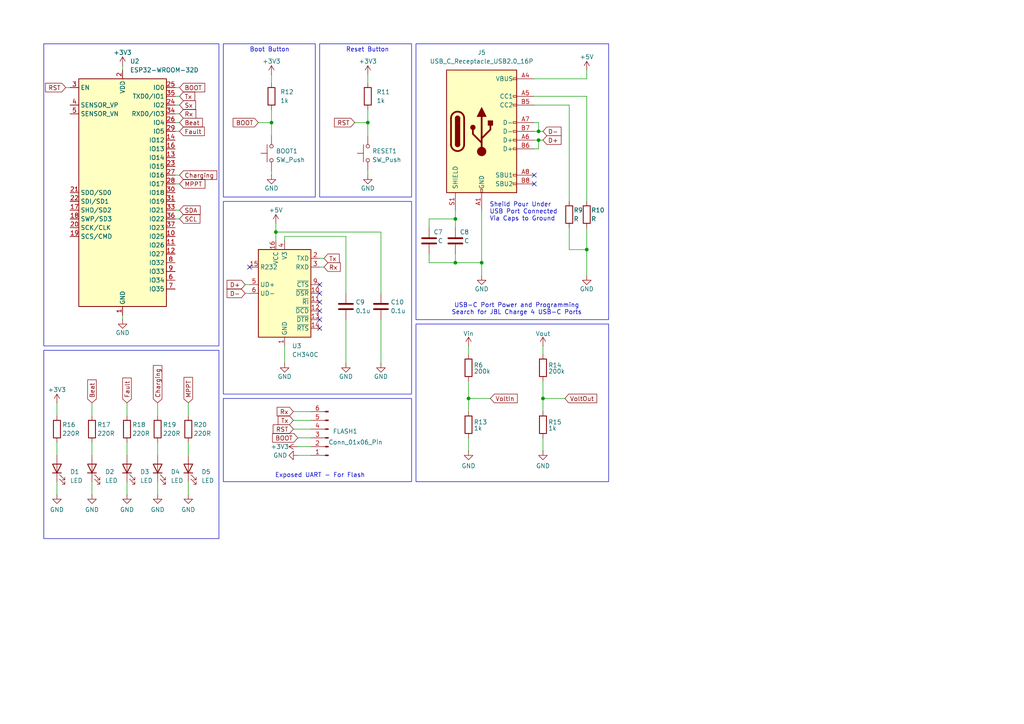
<source format=kicad_sch>
(kicad_sch (version 20250114) (generator "eeschema") (generator_version "9.0")
  (paper "A4")
  (lib_symbols
    (symbol "Connector:Conn_01x06_Pin" (pin_names (offset 1.016) (hide yes))
      (property "Reference" "J" (at 0 7.62 0))
      (property "Value" "Conn_01x06_Pin" (at 0 -10.16 0))
      (symbol "Conn_01x06_Pin_1_1"
        (rectangle (start 0.8636 5.207) (end 0 4.953) (stroke (width 0.1524)) (fill (type outline)))
        (rectangle (start 0.8636 2.667) (end 0 2.413) (stroke (width 0.1524)) (fill (type outline)))
        (rectangle (start 0.8636 0.127) (end 0 -0.127) (stroke (width 0.1524)) (fill (type outline)))
        (rectangle (start 0.8636 -2.413) (end 0 -2.667) (stroke (width 0.1524)) (fill (type outline)))
        (rectangle (start 0.8636 -4.953) (end 0 -5.207) (stroke (width 0.1524)) (fill (type outline)))
        (rectangle (start 0.8636 -7.493) (end 0 -7.747) (stroke (width 0.1524)) (fill (type outline)))
        (polyline (pts (xy 1.27 5.08) (xy 0.8636 5.08)) (stroke (width 0.1524)))
        (polyline (pts (xy 1.27 2.54) (xy 0.8636 2.54)) (stroke (width 0.1524)))
        (polyline (pts (xy 1.27 0) (xy 0.8636 0)) (stroke (width 0.1524)))
        (polyline (pts (xy 1.27 -2.54) (xy 0.8636 -2.54)) (stroke (width 0.1524)))
        (polyline (pts (xy 1.27 -5.08) (xy 0.8636 -5.08)) (stroke (width 0.1524)))
        (polyline (pts (xy 1.27 -7.62) (xy 0.8636 -7.62)) (stroke (width 0.1524)))
        (pin passive line (at 5.08 5.08 180) (length 3.81) (name "Pin_1") (number "1"))
        (pin passive line (at 5.08 2.54 180) (length 3.81) (name "Pin_2") (number "2"))
        (pin passive line (at 5.08 0 180) (length 3.81) (name "Pin_3") (number "3"))
        (pin passive line (at 5.08 -2.54 180) (length 3.81) (name "Pin_4") (number "4"))
        (pin passive line (at 5.08 -5.08 180) (length 3.81) (name "Pin_5") (number "5"))
        (pin passive line (at 5.08 -7.62 180) (length 3.81) (name "Pin_6") (number "6"))
      )
    )
    (symbol "Connector:USB_C_Receptacle_USB2.0_16P" (pin_names (offset 1.016))
      (property "Reference" "J" (at 0 22.225 0))
      (property "Value" "USB_C_Receptacle_USB2.0_16P" (at 0 19.685 0))
      (symbol "USB_C_Receptacle_USB2.0_16P_0_0"
        (rectangle (start -0.254 -17.78) (end 0.254 -16.764))
        (rectangle (start 10.16 15.494) (end 9.144 14.986))
        (rectangle (start 10.16 10.414) (end 9.144 9.906))
        (rectangle (start 10.16 7.874) (end 9.144 7.366))
        (rectangle (start 10.16 2.794) (end 9.144 2.286))
        (rectangle (start 10.16 0.254) (end 9.144 -0.254))
        (rectangle (start 10.16 -2.286) (end 9.144 -2.794))
        (rectangle (start 10.16 -4.826) (end 9.144 -5.334))
        (rectangle (start 10.16 -12.446) (end 9.144 -12.954))
        (rectangle (start 10.16 -14.986) (end 9.144 -15.494))
      )
      (symbol "USB_C_Receptacle_USB2.0_16P_0_1"
        (rectangle (start -10.16 17.78) (end 10.16 -17.78) (stroke (width 0.254)) (fill (type background)))
        (polyline (pts (xy -8.89 -3.81) (xy -8.89 3.81)) (stroke (width 0.508)))
        (rectangle (start -7.62 -3.81) (end -6.35 3.81) (stroke (width 0.254)) (fill (type outline)))
        (arc (start -7.62 3.81) (mid -6.985 4.4423) (end -6.35 3.81) (stroke (width 0.254)))
        (arc (start -7.62 3.81) (mid -6.985 4.4423) (end -6.35 3.81) (stroke (width 0.254)) (fill (type outline)))
        (arc (start -8.89 3.81) (mid -6.985 5.7067) (end -5.08 3.81) (stroke (width 0.508)))
        (arc (start -5.08 -3.81) (mid -6.985 -5.7067) (end -8.89 -3.81) (stroke (width 0.508)))
        (arc (start -6.35 -3.81) (mid -6.985 -4.4423) (end -7.62 -3.81) (stroke (width 0.254)))
        (arc (start -6.35 -3.81) (mid -6.985 -4.4423) (end -7.62 -3.81) (stroke (width 0.254)) (fill (type outline)))
        (polyline (pts (xy -5.08 3.81) (xy -5.08 -3.81)) (stroke (width 0.508)))
        (circle (center -2.54 1.143) (radius 0.635) (stroke (width 0.254)) (fill (type outline)))
        (polyline (pts (xy -1.27 4.318) (xy 0 6.858) (xy 1.27 4.318) (xy -1.27 4.318)) (stroke (width 0.254)) (fill (type outline)))
        (polyline (pts (xy 0 -2.032) (xy 2.54 0.508) (xy 2.54 1.778)) (stroke (width 0.508)))
        (polyline (pts (xy 0 -3.302) (xy -2.54 -0.762) (xy -2.54 0.508)) (stroke (width 0.508)))
        (polyline (pts (xy 0 -5.842) (xy 0 4.318)) (stroke (width 0.508)))
        (circle (center 0 -5.842) (radius 1.27) (fill (type outline)))
        (rectangle (start 1.905 1.778) (end 3.175 3.048) (stroke (width 0.254)) (fill (type outline)))
      )
      (symbol "USB_C_Receptacle_USB2.0_16P_1_1"
        (pin passive line (at -7.62 -22.86 90) (length 5.08) (name "SHIELD") (number "S1"))
        (pin passive line (at 0 -22.86 90) (length 5.08) (name "GND") (number "A1"))
        (pin passive line (at 0 -22.86 90) (length 5.08) (hide yes) (name "GND") (number "A12"))
        (pin passive line (at 0 -22.86 90) (length 5.08) (hide yes) (name "GND") (number "B1"))
        (pin passive line (at 0 -22.86 90) (length 5.08) (hide yes) (name "GND") (number "B12"))
        (pin passive line (at 15.24 15.24 180) (length 5.08) (name "VBUS") (number "A4"))
        (pin passive line (at 15.24 15.24 180) (length 5.08) (hide yes) (name "VBUS") (number "A9"))
        (pin passive line (at 15.24 15.24 180) (length 5.08) (hide yes) (name "VBUS") (number "B4"))
        (pin passive line (at 15.24 15.24 180) (length 5.08) (hide yes) (name "VBUS") (number "B9"))
        (pin bidirectional line (at 15.24 10.16 180) (length 5.08) (name "CC1") (number "A5"))
        (pin bidirectional line (at 15.24 7.62 180) (length 5.08) (name "CC2") (number "B5"))
        (pin bidirectional line (at 15.24 2.54 180) (length 5.08) (name "D-") (number "A7"))
        (pin bidirectional line (at 15.24 0 180) (length 5.08) (name "D-") (number "B7"))
        (pin bidirectional line (at 15.24 -2.54 180) (length 5.08) (name "D+") (number "A6"))
        (pin bidirectional line (at 15.24 -5.08 180) (length 5.08) (name "D+") (number "B6"))
        (pin bidirectional line (at 15.24 -12.7 180) (length 5.08) (name "SBU1") (number "A8"))
        (pin bidirectional line (at 15.24 -15.24 180) (length 5.08) (name "SBU2") (number "B8"))
      )
    )
    (symbol "Device:C" (pin_numbers (hide yes)) (pin_names (offset 0.254))
      (property "Reference" "C" (at 0.635 2.54 0))
      (property "Value" "C" (at 0.635 -2.54 0))
      (symbol "C_0_1"
        (polyline (pts (xy -2.032 0.762) (xy 2.032 0.762)) (stroke (width 0.508)))
        (polyline (pts (xy -2.032 -0.762) (xy 2.032 -0.762)) (stroke (width 0.508)))
      )
      (symbol "C_1_1"
        (pin passive line (at 0 3.81 270) (length 2.794) (name "~") (number "1"))
        (pin passive line (at 0 -3.81 90) (length 2.794) (name "~") (number "2"))
      )
    )
    (symbol "Device:LED" (pin_numbers (hide yes)) (pin_names (offset 1.016) (hide yes))
      (property "Reference" "D" (at 0 2.54 0))
      (property "Value" "LED" (at 0 -2.54 0))
      (symbol "LED_0_1"
        (polyline (pts (xy -3.048 -0.762) (xy -4.572 -2.286) (xy -3.81 -2.286) (xy -4.572 -2.286) (xy -4.572 -1.524)))
        (polyline (pts (xy -1.778 -0.762) (xy -3.302 -2.286) (xy -2.54 -2.286) (xy -3.302 -2.286) (xy -3.302 -1.524)))
        (polyline (pts (xy -1.27 0) (xy 1.27 0)))
        (polyline (pts (xy -1.27 -1.27) (xy -1.27 1.27)) (stroke (width 0.254)))
        (polyline (pts (xy 1.27 -1.27) (xy 1.27 1.27) (xy -1.27 0) (xy 1.27 -1.27)) (stroke (width 0.254)))
      )
      (symbol "LED_1_1"
        (pin passive line (at -3.81 0 0) (length 2.54) (name "K") (number "1"))
        (pin passive line (at 3.81 0 180) (length 2.54) (name "A") (number "2"))
      )
    )
    (symbol "Device:R" (pin_numbers (hide yes)) (pin_names (offset 0))
      (property "Reference" "R" (at 2.032 0 90))
      (property "Value" "R" (at 0 0 90))
      (symbol "R_0_1"
        (rectangle (start -1.016 -2.54) (end 1.016 2.54) (stroke (width 0.254)))
      )
      (symbol "R_1_1"
        (pin passive line (at 0 3.81 270) (length 1.27) (name "~") (number "1"))
        (pin passive line (at 0 -3.81 90) (length 1.27) (name "~") (number "2"))
      )
    )
    (symbol "Interface_USB:CH340C"
      (property "Reference" "U" (at -5.08 13.97 0))
      (property "Value" "CH340C" (at 1.27 13.97 0))
      (symbol "CH340C_0_1"
        (rectangle (start -7.62 12.7) (end 7.62 -12.7) (stroke (width 0.254)) (fill (type background)))
      )
      (symbol "CH340C_1_1"
        (pin input line (at -10.16 7.62 0) (length 2.54) (name "R232") (number "15"))
        (pin bidirectional line (at -10.16 2.54 0) (length 2.54) (name "UD+") (number "5"))
        (pin bidirectional line (at -10.16 0 0) (length 2.54) (name "UD-") (number "6"))
        (pin no_connect line (at -7.62 -5.08 0) (length 2.54) (hide yes) (name "NC") (number "7"))
        (pin no_connect line (at -7.62 -7.62 0) (length 2.54) (hide yes) (name "NC") (number "8"))
        (pin power_in line (at -2.54 15.24 270) (length 2.54) (name "VCC") (number "16"))
        (pin power_out line (at 0 15.24 270) (length 2.54) (name "V3") (number "4"))
        (pin power_in line (at 0 -15.24 90) (length 2.54) (name "GND") (number "1"))
        (pin output line (at 10.16 10.16 180) (length 2.54) (name "TXD") (number "2"))
        (pin input line (at 10.16 7.62 180) (length 2.54) (name "RXD") (number "3"))
        (pin input line (at 10.16 2.54 180) (length 2.54) (name "~{CTS}") (number "9"))
        (pin input line (at 10.16 0 180) (length 2.54) (name "~{DSR}") (number "10"))
        (pin input line (at 10.16 -2.54 180) (length 2.54) (name "~{RI}") (number "11"))
        (pin input line (at 10.16 -5.08 180) (length 2.54) (name "~{DCD}") (number "12"))
        (pin output line (at 10.16 -7.62 180) (length 2.54) (name "~{DTR}") (number "13"))
        (pin output line (at 10.16 -10.16 180) (length 2.54) (name "~{RTS}") (number "14"))
      )
    )
    (symbol "RF_Module:ESP32-WROOM-32D"
      (property "Reference" "U" (at -12.7 34.29 0))
      (property "Value" "ESP32-WROOM-32D" (at 1.27 34.29 0))
      (symbol "ESP32-WROOM-32D_0_1"
        (rectangle (start -12.7 33.02) (end 12.7 -33.02) (stroke (width 0.254)) (fill (type background)))
      )
      (symbol "ESP32-WROOM-32D_1_1"
        (pin input line (at -15.24 30.48 0) (length 2.54) (name "EN") (number "3"))
        (pin input line (at -15.24 25.4 0) (length 2.54) (name "SENSOR_VP") (number "4"))
        (pin input line (at -15.24 22.86 0) (length 2.54) (name "SENSOR_VN") (number "5"))
        (pin bidirectional line (at -15.24 0 0) (length 2.54) (name "SDO/SD0") (number "21"))
        (pin bidirectional line (at -15.24 -2.54 0) (length 2.54) (name "SDI/SD1") (number "22"))
        (pin bidirectional line (at -15.24 -5.08 0) (length 2.54) (name "SHD/SD2") (number "17"))
        (pin bidirectional line (at -15.24 -7.62 0) (length 2.54) (name "SWP/SD3") (number "18"))
        (pin bidirectional line (at -15.24 -10.16 0) (length 2.54) (name "SCK/CLK") (number "20"))
        (pin bidirectional line (at -15.24 -12.7 0) (length 2.54) (name "SCS/CMD") (number "19"))
        (pin no_connect line (at -12.7 -27.94 0) (length 2.54) (hide yes) (name "NC") (number "32"))
        (pin power_in line (at 0 35.56 270) (length 2.54) (name "VDD") (number "2"))
        (pin power_in line (at 0 -35.56 90) (length 2.54) (name "GND") (number "1"))
        (pin passive line (at 0 -35.56 90) (length 2.54) (hide yes) (name "GND") (number "15"))
        (pin passive line (at 0 -35.56 90) (length 2.54) (hide yes) (name "GND") (number "38"))
        (pin passive line (at 0 -35.56 90) (length 2.54) (hide yes) (name "GND") (number "39"))
        (pin bidirectional line (at 15.24 30.48 180) (length 2.54) (name "IO0") (number "25"))
        (pin bidirectional line (at 15.24 27.94 180) (length 2.54) (name "TXD0/IO1") (number "35"))
        (pin bidirectional line (at 15.24 25.4 180) (length 2.54) (name "IO2") (number "24"))
        (pin bidirectional line (at 15.24 22.86 180) (length 2.54) (name "RXD0/IO3") (number "34"))
        (pin bidirectional line (at 15.24 20.32 180) (length 2.54) (name "IO4") (number "26"))
        (pin bidirectional line (at 15.24 17.78 180) (length 2.54) (name "IO5") (number "29"))
        (pin bidirectional line (at 15.24 15.24 180) (length 2.54) (name "IO12") (number "14"))
        (pin bidirectional line (at 15.24 12.7 180) (length 2.54) (name "IO13") (number "16"))
        (pin bidirectional line (at 15.24 10.16 180) (length 2.54) (name "IO14") (number "13"))
        (pin bidirectional line (at 15.24 7.62 180) (length 2.54) (name "IO15") (number "23"))
        (pin bidirectional line (at 15.24 5.08 180) (length 2.54) (name "IO16") (number "27"))
        (pin bidirectional line (at 15.24 2.54 180) (length 2.54) (name "IO17") (number "28"))
        (pin bidirectional line (at 15.24 0 180) (length 2.54) (name "IO18") (number "30"))
        (pin bidirectional line (at 15.24 -2.54 180) (length 2.54) (name "IO19") (number "31"))
        (pin bidirectional line (at 15.24 -5.08 180) (length 2.54) (name "IO21") (number "33"))
        (pin bidirectional line (at 15.24 -7.62 180) (length 2.54) (name "IO22") (number "36"))
        (pin bidirectional line (at 15.24 -10.16 180) (length 2.54) (name "IO23") (number "37"))
        (pin bidirectional line (at 15.24 -12.7 180) (length 2.54) (name "IO25") (number "10"))
        (pin bidirectional line (at 15.24 -15.24 180) (length 2.54) (name "IO26") (number "11"))
        (pin bidirectional line (at 15.24 -17.78 180) (length 2.54) (name "IO27") (number "12"))
        (pin bidirectional line (at 15.24 -20.32 180) (length 2.54) (name "IO32") (number "8"))
        (pin bidirectional line (at 15.24 -22.86 180) (length 2.54) (name "IO33") (number "9"))
        (pin input line (at 15.24 -25.4 180) (length 2.54) (name "IO34") (number "6"))
        (pin input line (at 15.24 -27.94 180) (length 2.54) (name "IO35") (number "7"))
      )
    )
    (symbol "Switch:SW_Push" (pin_numbers (hide yes)) (pin_names (offset 1.016) (hide yes))
      (property "Reference" "SW" (at 1.27 2.54 0))
      (property "Value" "SW_Push" (at 0 -1.524 0))
      (symbol "SW_Push_0_1"
        (circle (center -2.032 0) (radius 0.508))
        (polyline (pts (xy 0 1.27) (xy 0 3.048)))
        (circle (center 2.032 0) (radius 0.508))
        (polyline (pts (xy 2.54 1.27) (xy -2.54 1.27)))
        (pin passive line (at -5.08 0 0) (length 2.54) (name "1") (number "1"))
        (pin passive line (at 5.08 0 180) (length 2.54) (name "2") (number "2"))
      )
    )
    (symbol "power:+3V3" (power) (pin_numbers (hide yes)) (pin_names (offset 0) (hide yes))
      (property "Value" "+3V3" (at 0 3.556 0))
      (symbol "+3V3_0_1"
        (polyline (pts (xy -0.762 1.27) (xy 0 2.54)))
        (polyline (pts (xy 0 2.54) (xy 0.762 1.27)))
        (polyline (pts (xy 0 0) (xy 0 2.54)))
      )
      (symbol "+3V3_1_1"
        (pin power_in line (at 0 0 90) (length 0) (name "~") (number "1"))
      )
    )
    (symbol "power:+5V" (power) (pin_names (offset 0))
      (property "Value" "+5V" (at 0 3.556 0))
      (symbol "+5V_0_1"
        (polyline (pts (xy -0.762 1.27) (xy 0 2.54)))
        (polyline (pts (xy 0 2.54) (xy 0.762 1.27)))
        (polyline (pts (xy 0 0) (xy 0 2.54)))
      )
      (symbol "+5V_1_1"
        (pin power_in line (at 0 0 90) (length 0) (hide yes) (name "+5V") (number "1"))
      )
    )
    (symbol "power:GND" (power) (pin_numbers (hide yes)) (pin_names (offset 0) (hide yes))
      (property "Value" "GND" (at 0 -3.81 0))
      (symbol "GND_0_1"
        (polyline (pts (xy 0 0) (xy 0 -1.27) (xy 1.27 -1.27) (xy 0 -2.54) (xy -1.27 -1.27) (xy 0 -1.27)))
      )
      (symbol "GND_1_1"
        (pin power_in line (at 0 0 270) (length 0) (name "~") (number "1"))
      )
    )
    (symbol "power:VAA" (power) (pin_numbers (hide yes)) (pin_names (offset 0) (hide yes))
      (property "Value" "VAA" (at 0 3.556 0))
      (symbol "VAA_0_1"
        (polyline (pts (xy -0.762 1.27) (xy 0 2.54)))
        (polyline (pts (xy 0 2.54) (xy 0.762 1.27)))
        (polyline (pts (xy 0 0) (xy 0 2.54)))
      )
      (symbol "VAA_1_1"
        (pin power_in line (at 0 0 90) (length 0) (name "~") (number "1"))
      )
    )
  )
  (rectangle (start 64.77 58.42) (end 119.38 114.3))
  (rectangle (start 64.77 115.57) (end 119.38 139.7))
  (rectangle (start 64.77 12.7) (end 91.44 57.15))
  (rectangle (start 12.7 101.6) (end 63.5 156.21))
  (rectangle (start 120.65 93.98) (end 176.53 139.7))
  (rectangle (start 92.71 12.7) (end 119.38 57.15))
  (rectangle (start 12.7 12.7) (end 63.5 100.33))
  (rectangle (start 120.65 12.7) (end 176.53 92.71))
  (text "Exposed UART - For Flash" (at 79.756 138.684 0) (effects (font (size 1.27 1.27)) (justify left bottom)))
  (text "Reset Button" (at 100.33 15.24 0) (effects (font (size 1.27 1.27)) (justify left bottom)))
  (text "Boot Button" (at 72.39 15.24 0) (effects (font (size 1.27 1.27)) (justify left bottom)))
  (text "Sheild Pour Under\nUSB Port Connected\nVia Caps to Ground" (at 141.986 64.262 0) (effects (font (size 1.27 1.27)) (justify left bottom)))
  (text "USB-C Port Power and Programming\nSearch for JBL Charge 4 USB-C Ports" (at 149.86 91.44 0) (effects (font (size 1.27 1.27)) (justify bottom)))
  (junction (at 132.08 63.5))
  (junction (at 106.68 35.56))
  (junction (at 135.89 115.57))
  (junction (at 156.21 40.64))
  (junction (at 157.48 115.57))
  (junction (at 170.18 72.39))
  (junction (at 80.01 67.31))
  (junction (at 132.08 76.2))
  (junction (at 156.21 38.1))
  (junction (at 78.74 35.56))
  (junction (at 139.7 76.2))
  (no_connect (at 154.94 53.34))
  (no_connect (at 72.39 77.47))
  (no_connect (at 92.71 90.17))
  (no_connect (at 92.71 87.63))
  (no_connect (at 92.71 95.25))
  (no_connect (at 154.94 50.8))
  (no_connect (at 92.71 92.71))
  (no_connect (at 92.71 82.55))
  (no_connect (at 92.71 85.09))
  (wire (pts (xy 156.21 40.64) (xy 157.48 40.64)))
  (wire (pts (xy 157.48 127) (xy 157.48 130.81)))
  (wire (pts (xy 165.1 30.48) (xy 154.94 30.48)))
  (wire (pts (xy 156.21 38.1) (xy 156.21 35.56)))
  (wire (pts (xy 124.46 73.66) (xy 124.46 76.2)))
  (wire (pts (xy 45.72 139.7) (xy 45.72 143.51)))
  (wire (pts (xy 110.49 85.09) (xy 110.49 67.31)))
  (wire (pts (xy 170.18 66.04) (xy 170.18 72.39)))
  (wire (pts (xy 156.21 43.18) (xy 156.21 40.64)))
  (wire (pts (xy 45.72 128.27) (xy 45.72 132.08)))
  (wire (pts (xy 139.7 60.96) (xy 139.7 76.2)))
  (wire (pts (xy 124.46 63.5) (xy 124.46 66.04)))
  (wire (pts (xy 154.94 22.86) (xy 170.18 22.86)))
  (wire (pts (xy 82.55 100.33) (xy 82.55 105.41)))
  (wire (pts (xy 54.61 139.7) (xy 54.61 143.51)))
  (wire (pts (xy 50.8 60.96) (xy 52.07 60.96)))
  (wire (pts (xy 165.1 72.39) (xy 170.18 72.39)))
  (wire (pts (xy 170.18 27.94) (xy 154.94 27.94)))
  (wire (pts (xy 132.08 63.5) (xy 132.08 66.04)))
  (wire (pts (xy 80.01 67.31) (xy 80.01 69.85)))
  (wire (pts (xy 170.18 58.42) (xy 170.18 27.94)))
  (wire (pts (xy 170.18 22.86) (xy 170.18 20.32)))
  (wire (pts (xy 157.48 115.57) (xy 163.83 115.57)))
  (wire (pts (xy 135.89 110.49) (xy 135.89 115.57)))
  (wire (pts (xy 50.8 38.1) (xy 52.07 38.1)))
  (wire (pts (xy 50.8 27.94) (xy 52.07 27.94)))
  (wire (pts (xy 100.33 92.71) (xy 100.33 105.41)))
  (wire (pts (xy 135.89 115.57) (xy 135.89 119.38)))
  (wire (pts (xy 85.09 121.92) (xy 90.17 121.92)))
  (wire (pts (xy 106.68 31.75) (xy 106.68 35.56)))
  (wire (pts (xy 26.67 139.7) (xy 26.67 143.51)))
  (wire (pts (xy 82.55 68.58) (xy 82.55 69.85)))
  (wire (pts (xy 135.89 127) (xy 135.89 130.81)))
  (wire (pts (xy 132.08 76.2) (xy 139.7 76.2)))
  (wire (pts (xy 50.8 50.8) (xy 52.07 50.8)))
  (wire (pts (xy 16.51 139.7) (xy 16.51 143.51)))
  (wire (pts (xy 154.94 35.56) (xy 156.21 35.56)))
  (wire (pts (xy 16.51 116.84) (xy 16.51 120.65)))
  (wire (pts (xy 35.56 19.05) (xy 35.56 20.32)))
  (wire (pts (xy 124.46 76.2) (xy 132.08 76.2)))
  (wire (pts (xy 78.74 35.56) (xy 78.74 39.37)))
  (wire (pts (xy 16.51 128.27) (xy 16.51 132.08)))
  (wire (pts (xy 135.89 100.33) (xy 135.89 102.87)))
  (wire (pts (xy 139.7 76.2) (xy 139.7 80.01)))
  (wire (pts (xy 45.72 116.84) (xy 45.72 120.65)))
  (wire (pts (xy 124.46 63.5) (xy 132.08 63.5)))
  (wire (pts (xy 50.8 63.5) (xy 52.07 63.5)))
  (wire (pts (xy 54.61 116.84) (xy 54.61 120.65)))
  (wire (pts (xy 92.71 74.93) (xy 93.98 74.93)))
  (wire (pts (xy 85.09 124.46) (xy 90.17 124.46)))
  (wire (pts (xy 102.87 35.56) (xy 106.68 35.56)))
  (wire (pts (xy 170.18 72.39) (xy 170.18 80.01)))
  (wire (pts (xy 36.83 116.84) (xy 36.83 120.65)))
  (wire (pts (xy 157.48 115.57) (xy 157.48 119.38)))
  (wire (pts (xy 80.01 64.77) (xy 80.01 67.31)))
  (wire (pts (xy 157.48 110.49) (xy 157.48 115.57)))
  (wire (pts (xy 132.08 73.66) (xy 132.08 76.2)))
  (wire (pts (xy 92.71 77.47) (xy 93.98 77.47)))
  (wire (pts (xy 86.36 129.54) (xy 90.17 129.54)))
  (wire (pts (xy 106.68 35.56) (xy 106.68 39.37)))
  (wire (pts (xy 154.94 38.1) (xy 156.21 38.1)))
  (wire (pts (xy 110.49 67.31) (xy 80.01 67.31)))
  (wire (pts (xy 110.49 92.71) (xy 110.49 105.41)))
  (wire (pts (xy 132.08 60.96) (xy 132.08 63.5)))
  (wire (pts (xy 154.94 40.64) (xy 156.21 40.64)))
  (wire (pts (xy 165.1 66.04) (xy 165.1 72.39)))
  (wire (pts (xy 86.36 132.08) (xy 90.17 132.08)))
  (wire (pts (xy 35.56 91.44) (xy 35.56 92.71)))
  (wire (pts (xy 50.8 53.34) (xy 52.07 53.34)))
  (wire (pts (xy 78.74 31.75) (xy 78.74 35.56)))
  (wire (pts (xy 154.94 43.18) (xy 156.21 43.18)))
  (wire (pts (xy 86.36 127) (xy 90.17 127)))
  (wire (pts (xy 50.8 25.4) (xy 52.07 25.4)))
  (wire (pts (xy 36.83 128.27) (xy 36.83 132.08)))
  (wire (pts (xy 78.74 21.59) (xy 78.74 24.13)))
  (wire (pts (xy 100.33 68.58) (xy 82.55 68.58)))
  (wire (pts (xy 52.07 35.56) (xy 50.8 35.56)))
  (wire (pts (xy 71.12 85.09) (xy 72.39 85.09)))
  (wire (pts (xy 50.8 33.02) (xy 52.07 33.02)))
  (wire (pts (xy 157.48 100.33) (xy 157.48 102.87)))
  (wire (pts (xy 52.07 30.48) (xy 50.8 30.48)))
  (wire (pts (xy 71.12 82.55) (xy 72.39 82.55)))
  (wire (pts (xy 78.74 49.53) (xy 78.74 50.8)))
  (wire (pts (xy 106.68 49.53) (xy 106.68 50.8)))
  (wire (pts (xy 156.21 38.1) (xy 157.48 38.1)))
  (wire (pts (xy 26.67 128.27) (xy 26.67 132.08)))
  (wire (pts (xy 135.89 115.57) (xy 142.24 115.57)))
  (wire (pts (xy 26.67 116.84) (xy 26.67 120.65)))
  (wire (pts (xy 54.61 128.27) (xy 54.61 132.08)))
  (wire (pts (xy 85.09 119.38) (xy 90.17 119.38)))
  (wire (pts (xy 19.05 25.4) (xy 20.32 25.4)))
  (wire (pts (xy 106.68 21.59) (xy 106.68 24.13)))
  (wire (pts (xy 36.83 139.7) (xy 36.83 143.51)))
  (wire (pts (xy 165.1 58.42) (xy 165.1 30.48)))
  (wire (pts (xy 100.33 85.09) (xy 100.33 68.58)))
  (wire (pts (xy 74.93 35.56) (xy 78.74 35.56)))
  (global_label "RST" (shape input) (at 85.09 124.46 180) (property "Intersheetrefs" "${INTERSHEET_REFS}" (effects (hide yes))))
  (global_label "Fault" (shape input) (at 52.07 38.1 0) (property "Intersheetrefs" "${INTERSHEET_REFS}" (effects (hide yes))))
  (global_label "Fault" (shape input) (at 36.83 116.84 90) (property "Intersheetrefs" "${INTERSHEET_REFS}" (effects (hide yes))))
  (global_label "Rx" (shape input) (at 52.07 33.02 0) (property "Intersheetrefs" "${INTERSHEET_REFS}" (effects (hide yes))))
  (global_label "Sx" (shape input) (at 52.07 30.48 0) (property "Intersheetrefs" "${INTERSHEET_REFS}" (effects (hide yes))))
  (global_label "Tx" (shape input) (at 93.98 74.93 0) (property "Intersheetrefs" "${INTERSHEET_REFS}" (effects (hide yes))))
  (global_label "RST" (shape input) (at 19.05 25.4 180) (property "Intersheetrefs" "${INTERSHEET_REFS}" (effects (hide yes))))
  (global_label "Tx" (shape input) (at 85.09 121.92 180) (property "Intersheetrefs" "${INTERSHEET_REFS}" (effects (hide yes))))
  (global_label "MPPT" (shape input) (at 52.07 53.34 0) (property "Intersheetrefs" "${INTERSHEET_REFS}" (effects (hide yes))))
  (global_label "Charging" (shape input) (at 52.07 50.8 0) (property "Intersheetrefs" "${INTERSHEET_REFS}" (effects (hide yes))))
  (global_label "D-" (shape input) (at 71.12 85.09 180) (property "Intersheetrefs" "${INTERSHEET_REFS}" (effects (hide yes))))
  (global_label "Charging" (shape input) (at 45.72 116.84 90) (property "Intersheetrefs" "${INTERSHEET_REFS}" (effects (hide yes))))
  (global_label "Rx" (shape input) (at 93.98 77.47 0) (property "Intersheetrefs" "${INTERSHEET_REFS}" (effects (hide yes))))
  (global_label "D-" (shape input) (at 157.48 38.1 0) (property "Intersheetrefs" "${INTERSHEET_REFS}" (effects (hide yes))))
  (global_label "BOOT" (shape input) (at 74.93 35.56 180) (property "Intersheetrefs" "${INTERSHEET_REFS}" (effects (hide yes))))
  (global_label "VoltOut" (shape input) (at 163.83 115.57 0) (property "Intersheetrefs" "${INTERSHEET_REFS}" (effects (hide yes))))
  (global_label "Tx" (shape input) (at 52.07 27.94 0) (property "Intersheetrefs" "${INTERSHEET_REFS}" (effects (hide yes))))
  (global_label "SDA" (shape input) (at 52.07 60.96 0) (property "Intersheetrefs" "${INTERSHEET_REFS}" (effects (hide yes))))
  (global_label "RST" (shape input) (at 102.87 35.56 180) (property "Intersheetrefs" "${INTERSHEET_REFS}" (effects (hide yes))))
  (global_label "BOOT" (shape input) (at 86.36 127 180) (property "Intersheetrefs" "${INTERSHEET_REFS}" (effects (hide yes))))
  (global_label "Beat" (shape input) (at 26.67 116.84 90) (property "Intersheetrefs" "${INTERSHEET_REFS}" (effects (hide yes))))
  (global_label "Rx" (shape input) (at 85.09 119.38 180) (property "Intersheetrefs" "${INTERSHEET_REFS}" (effects (hide yes))))
  (global_label "D+" (shape input) (at 71.12 82.55 180) (property "Intersheetrefs" "${INTERSHEET_REFS}" (effects (hide yes))))
  (global_label "Beat" (shape input) (at 52.07 35.56 0) (property "Intersheetrefs" "${INTERSHEET_REFS}" (effects (hide yes))))
  (global_label "D+" (shape input) (at 157.48 40.64 0) (property "Intersheetrefs" "${INTERSHEET_REFS}" (effects (hide yes))))
  (global_label "MPPT" (shape input) (at 54.61 116.84 90) (property "Intersheetrefs" "${INTERSHEET_REFS}" (effects (hide yes))))
  (global_label "BOOT" (shape input) (at 52.07 25.4 0) (property "Intersheetrefs" "${INTERSHEET_REFS}" (effects (hide yes))))
  (global_label "SCL" (shape input) (at 52.07 63.5 0) (property "Intersheetrefs" "${INTERSHEET_REFS}" (effects (hide yes))))
  (global_label "VoltIn" (shape input) (at 142.24 115.57 0) (property "Intersheetrefs" "${INTERSHEET_REFS}" (effects (hide yes))))
  (symbol (lib_id "Device:R") (at 54.61 124.46 0) (unit 1)
    (property "Reference" "R20" (at 56.134 123.19 0) (effects (justify left)))
    (property "Value" "220R" (at 56.134 125.73 0) (effects (justify left)))
    (property "Footprint" "LED_SMD:LED_0805_2012Metric_Pad1.15x1.40mm_HandSolder" (effects (hide yes)))
    (property "Description" "Resistor" (effects (hide yes)))
  )
  (symbol (lib_id "Device:LED") (at 54.61 135.89 90) (unit 1)
    (property "Reference" "D5" (at 58.42 136.8425 90) (effects (justify right)))
    (property "Value" "LED" (at 58.42 139.3825 90) (effects (justify right)))
    (property "Footprint" "LED_SMD:LED_1206_3216Metric_Pad1.42x1.75mm_HandSolder" (effects (hide yes)))
  )
  (symbol (lib_id "Device:LED") (at 16.51 135.89 90) (unit 1)
    (property "Reference" "D1" (at 20.32 136.8425 90) (effects (justify right)))
    (property "Value" "LED" (at 20.32 139.3825 90) (effects (justify right)))
    (property "Footprint" "LED_SMD:LED_1206_3216Metric_Pad1.42x1.75mm_HandSolder" (effects (hide yes)))
  )
  (symbol (lib_id "power:GND") (at 82.55 105.41 0) (unit 1)
    (property "Reference" "#PWR03" (effects (hide yes)))
    (property "Value" "GND" (at 82.55 109.22 0))
  )
  (symbol (lib_id "Device:LED") (at 45.72 135.89 90) (unit 1)
    (property "Reference" "D4" (at 49.53 136.8425 90) (effects (justify right)))
    (property "Value" "LED" (at 49.53 139.3825 90) (effects (justify right)))
    (property "Footprint" "LED_SMD:LED_1206_3216Metric_Pad1.42x1.75mm_HandSolder" (effects (hide yes)))
  )
  (symbol (lib_id "Switch:SW_Push") (at 106.68 44.45 90) (unit 1)
    (property "Reference" "RESET1" (at 107.95 43.815 90) (effects (justify right)))
    (property "Value" "SW_Push" (at 107.95 46.355 90) (effects (justify right)))
    (property "Footprint" "CustomLibrary:SwitchCustom" (effects (hide yes)))
  )
  (symbol (lib_id "power:GND") (at 35.56 92.71 0) (unit 1)
    (property "Reference" "#PWR031" (effects (hide yes)))
    (property "Value" "GND" (at 35.56 96.52 0))
  )
  (symbol (lib_id "power:GND") (at 100.33 105.41 0) (unit 1)
    (property "Reference" "#PWR041" (effects (hide yes)))
    (property "Value" "GND" (at 100.33 109.22 0))
  )
  (symbol (lib_id "Device:R") (at 170.18 62.23 0) (unit 1)
    (property "Reference" "R10" (at 171.45 60.96 0) (effects (justify left)))
    (property "Value" "R" (at 171.45 63.5 0) (effects (justify left)))
    (property "Footprint" "Capacitor_SMD:C_0603_1608Metric_Pad1.08x0.95mm_HandSolder" (effects (hide yes)))
  )
  (symbol (lib_id "power:VAA") (at 135.89 100.33 0) (unit 1)
    (property "Reference" "#PWR027" (effects (hide yes)))
    (property "Value" "Vin" (at 135.89 96.774 0))
    (property "Description" "Power symbol creates a global label with name \"VAA\"" (effects (hide yes)))
  )
  (symbol (lib_id "Device:C") (at 110.49 88.9 0) (unit 1)
    (property "Reference" "C10" (at 113.284 87.63 0) (effects (justify left)))
    (property "Value" "0.1u" (at 113.284 90.17 0) (effects (justify left)))
    (property "Footprint" "Capacitor_SMD:C_0603_1608Metric_Pad1.08x0.95mm_HandSolder" (effects (hide yes)))
    (property "Description" "Unpolarized capacitor" (effects (hide yes)))
  )
  (symbol (lib_id "power:GND") (at 45.72 143.51 0) (unit 1)
    (property "Reference" "#PWR039" (effects (hide yes)))
    (property "Value" "GND" (at 45.72 147.828 0))
    (property "Description" "Power symbol creates a global label with name \"GND\" , ground" (effects (hide yes)))
  )
  (symbol (lib_id "power:GND") (at 16.51 143.51 0) (unit 1)
    (property "Reference" "#PWR034" (effects (hide yes)))
    (property "Value" "GND" (at 16.51 147.828 0))
    (property "Description" "Power symbol creates a global label with name \"GND\" , ground" (effects (hide yes)))
  )
  (symbol (lib_id "power:+3V3") (at 78.74 21.59 0) (unit 1)
    (property "Reference" "#PWR021" (effects (hide yes)))
    (property "Value" "+3V3" (at 78.74 17.78 0))
  )
  (symbol (lib_id "Device:R") (at 16.51 124.46 0) (unit 1)
    (property "Reference" "R16" (at 18.034 123.19 0) (effects (justify left)))
    (property "Value" "220R" (at 18.034 125.73 0) (effects (justify left)))
    (property "Footprint" "LED_SMD:LED_0805_2012Metric_Pad1.15x1.40mm_HandSolder" (effects (hide yes)))
    (property "Description" "Resistor" (effects (hide yes)))
  )
  (symbol (lib_id "Device:R") (at 106.68 27.94 180) (unit 1)
    (property "Reference" "R11" (at 109.22 26.6699 0) (effects (justify right)))
    (property "Value" "1k" (at 109.22 29.2099 0) (effects (justify right)))
    (property "Footprint" "Resistor_SMD:R_0805_2012Metric_Pad1.20x1.40mm_HandSolder" (effects (hide yes)))
  )
  (symbol (lib_id "Connector:USB_C_Receptacle_USB2.0_16P") (at 139.7 38.1 0) (unit 1)
    (property "Reference" "J5" (at 139.7 15.24 0))
    (property "Value" "USB_C_Receptacle_USB2.0_16P" (at 139.7 17.78 0))
    (property "Footprint" "Connector_USB:USB_C_Receptacle_GCT_USB4085" (effects (hide yes)))
    (property "Datasheet" "https://www.usb.org/sites/default/files/documents/usb_type-c.zip" (effects (hide yes)))
    (property "Description" "USB 2.0-only 16P Type-C Receptacle connector" (effects (hide yes)))
  )
  (symbol (lib_id "power:+3V3") (at 16.51 116.84 0) (unit 1)
    (property "Reference" "#PWR033" (effects (hide yes)))
    (property "Value" "+3V3" (at 16.51 113.03 0))
    (property "Description" "Power symbol creates a global label with name \"+3V3\"" (effects (hide yes)))
  )
  (symbol (lib_id "power:GND") (at 170.18 80.01 0) (unit 1)
    (property "Reference" "#PWR035" (effects (hide yes)))
    (property "Value" "GND" (at 170.18 83.82 0))
  )
  (symbol (lib_id "power:GND") (at 110.49 105.41 0) (unit 1)
    (property "Reference" "#PWR042" (effects (hide yes)))
    (property "Value" "GND" (at 110.49 109.22 0))
  )
  (symbol (lib_id "RF_Module:ESP32-WROOM-32D") (at 35.56 55.88 0) (unit 1)
    (property "Reference" "U2" (at 37.7033 17.78 0) (effects (justify left)))
    (property "Value" "ESP32-WROOM-32D" (at 37.7033 20.32 0) (effects (justify left)))
    (property "Footprint" "RF_Module:ESP32-WROOM-32D" (effects (hide yes)))
    (property "Datasheet" "https://www.espressif.com/sites/default/files/documentation/esp32-wroom-32d_esp32-wroom-32u_datasheet_en.pdf" (effects (hide yes)))
    (property "Description" "RF Module, ESP32-D0WD SoC, Wi-Fi 802.11b/g/n, Bluetooth, BLE, 32-bit, 2.7-3.6V, onboard antenna, SMD" (effects (hide yes)))
  )
  (symbol (lib_id "Device:R") (at 135.89 106.68 0) (unit 1)
    (property "Reference" "R6" (at 137.414 105.918 0) (effects (justify left)))
    (property "Value" "200k" (at 137.414 107.696 0) (effects (justify left)))
    (property "Description" "Resistor" (effects (hide yes)))
  )
  (symbol (lib_id "power:GND") (at 36.83 143.51 0) (unit 1)
    (property "Reference" "#PWR038" (effects (hide yes)))
    (property "Value" "GND" (at 36.83 147.828 0))
    (property "Description" "Power symbol creates a global label with name \"GND\" , ground" (effects (hide yes)))
  )
  (symbol (lib_id "power:+3V3") (at 35.56 19.05 0) (unit 1)
    (property "Reference" "#PWR032" (effects (hide yes)))
    (property "Value" "+3V3" (at 35.56 15.24 0))
  )
  (symbol (lib_id "Device:C") (at 124.46 69.85 0) (unit 1)
    (property "Reference" "C7" (at 125.73 67.31 0) (effects (justify left)))
    (property "Value" "C" (at 127 69.85 0) (effects (justify left)))
    (property "Footprint" "Capacitor_SMD:C_0603_1608Metric_Pad1.08x0.95mm_HandSolder" (effects (hide yes)))
  )
  (symbol (lib_id "power:+3V3") (at 86.36 129.54 90) (unit 1)
    (property "Reference" "#PWR025" (effects (hide yes)))
    (property "Value" "+3V3" (at 83.82 129.54 90) (effects (justify left)))
  )
  (symbol (lib_id "Device:LED") (at 36.83 135.89 90) (unit 1)
    (property "Reference" "D3" (at 40.64 136.8425 90) (effects (justify right)))
    (property "Value" "LED" (at 40.64 139.3825 90) (effects (justify right)))
    (property "Footprint" "LED_SMD:LED_1206_3216Metric_Pad1.42x1.75mm_HandSolder" (effects (hide yes)))
  )
  (symbol (lib_id "power:VAA") (at 157.48 100.33 0) (unit 1)
    (property "Reference" "#PWR029" (effects (hide yes)))
    (property "Value" "Vout" (at 157.48 96.774 0))
    (property "Description" "Power symbol creates a global label with name \"VAA\"" (effects (hide yes)))
  )
  (symbol (lib_id "power:+3V3") (at 106.68 21.59 0) (unit 1)
    (property "Reference" "#PWR019" (effects (hide yes)))
    (property "Value" "+3V3" (at 106.68 17.78 0))
  )
  (symbol (lib_id "Device:LED") (at 26.67 135.89 90) (unit 1)
    (property "Reference" "D2" (at 30.48 136.8425 90) (effects (justify right)))
    (property "Value" "LED" (at 30.48 139.3825 90) (effects (justify right)))
    (property "Footprint" "LED_SMD:LED_1206_3216Metric_Pad1.42x1.75mm_HandSolder" (effects (hide yes)))
  )
  (symbol (lib_id "Device:R") (at 165.1 62.23 0) (unit 1)
    (property "Reference" "R9" (at 166.37 60.96 0) (effects (justify left)))
    (property "Value" "R" (at 166.37 63.5 0) (effects (justify left)))
    (property "Footprint" "Capacitor_SMD:C_0603_1608Metric_Pad1.08x0.95mm_HandSolder" (effects (hide yes)))
  )
  (symbol (lib_id "power:GND") (at 157.48 130.81 0) (unit 1)
    (property "Reference" "#PWR030" (effects (hide yes)))
    (property "Value" "GND" (at 157.48 135.128 0))
    (property "Description" "Power symbol creates a global label with name \"GND\" , ground" (effects (hide yes)))
  )
  (symbol (lib_id "Device:C") (at 132.08 69.85 0) (unit 1)
    (property "Reference" "C8" (at 133.35 67.31 0) (effects (justify left)))
    (property "Value" "C" (at 134.62 69.85 0) (effects (justify left)))
    (property "Footprint" "Capacitor_SMD:C_0603_1608Metric_Pad1.08x0.95mm_HandSolder" (effects (hide yes)))
  )
  (symbol (lib_id "power:GND") (at 135.89 130.81 0) (unit 1)
    (property "Reference" "#PWR028" (effects (hide yes)))
    (property "Value" "GND" (at 135.89 135.128 0))
    (property "Description" "Power symbol creates a global label with name \"GND\" , ground" (effects (hide yes)))
  )
  (symbol (lib_id "Device:R") (at 135.89 123.19 0) (unit 1)
    (property "Reference" "R13" (at 137.414 122.428 0) (effects (justify left)))
    (property "Value" "1k" (at 137.414 124.206 0) (effects (justify left)))
    (property "Description" "Resistor" (effects (hide yes)))
  )
  (symbol (lib_id "power:GND") (at 78.74 50.8 0) (unit 1)
    (property "Reference" "#PWR024" (effects (hide yes)))
    (property "Value" "GND" (at 78.74 54.61 0))
  )
  (symbol (lib_id "Switch:SW_Push") (at 78.74 44.45 90) (unit 1)
    (property "Reference" "BOOT1" (at 80.01 43.815 90) (effects (justify right)))
    (property "Value" "SW_Push" (at 80.01 46.355 90) (effects (justify right)))
    (property "Footprint" "CustomLibrary:SwitchCustom" (effects (hide yes)))
  )
  (symbol (lib_id "Connector:Conn_01x06_Pin") (at 95.25 127 180) (unit 1)
    (property "Reference" "FLASH1" (at 96.52 125.095 0) (effects (justify right)))
    (property "Value" "Conn_01x06_Pin" (at 95.25 128.27 0) (effects (justify right)))
    (property "Footprint" "Connector_PinHeader_2.54mm:PinHeader_2x03_P2.54mm_Vertical" (effects (hide yes)))
  )
  (symbol (lib_id "Device:R") (at 45.72 124.46 0) (unit 1)
    (property "Reference" "R19" (at 47.244 123.19 0) (effects (justify left)))
    (property "Value" "220R" (at 47.244 125.73 0) (effects (justify left)))
    (property "Footprint" "LED_SMD:LED_0805_2012Metric_Pad1.15x1.40mm_HandSolder" (effects (hide yes)))
    (property "Description" "Resistor" (effects (hide yes)))
  )
  (symbol (lib_id "power:GND") (at 26.67 143.51 0) (unit 1)
    (property "Reference" "#PWR037" (effects (hide yes)))
    (property "Value" "GND" (at 26.67 147.828 0))
    (property "Description" "Power symbol creates a global label with name \"GND\" , ground" (effects (hide yes)))
  )
  (symbol (lib_id "power:GND") (at 139.7 80.01 0) (unit 1)
    (property "Reference" "#PWR022" (effects (hide yes)))
    (property "Value" "GND" (at 139.7 83.82 0))
  )
  (symbol (lib_id "power:+5V") (at 80.01 64.77 0) (unit 1)
    (property "Reference" "#PWR04" (effects (hide yes)))
    (property "Value" "+5V" (at 80.01 60.96 0))
  )
  (symbol (lib_id "power:GND") (at 106.68 50.8 0) (unit 1)
    (property "Reference" "#PWR020" (effects (hide yes)))
    (property "Value" "GND" (at 106.68 54.61 0))
  )
  (symbol (lib_id "Interface_USB:CH340C") (at 82.55 85.09 0) (unit 1)
    (property "Reference" "U3" (at 84.6933 100.33 0) (effects (justify left)))
    (property "Value" "CH340C" (at 84.6933 102.87 0) (effects (justify left)))
    (property "Footprint" "Package_SO:SOIC-16_3.9x9.9mm_P1.27mm" (effects (hide yes)))
    (property "Datasheet" "https://datasheet.lcsc.com/szlcsc/Jiangsu-Qin-Heng-CH340C_C84681.pdf" (effects (hide yes)))
    (property "Description" "USB serial converter, crystal-less, UART, SOIC-16" (effects (hide yes)))
  )
  (symbol (lib_id "power:+5V") (at 170.18 20.32 0) (unit 1)
    (property "Reference" "#PWR023" (effects (hide yes)))
    (property "Value" "+5V" (at 170.18 16.51 0))
  )
  (symbol (lib_id "power:GND") (at 86.36 132.08 270) (unit 1)
    (property "Reference" "#PWR026" (effects (hide yes)))
    (property "Value" "GND" (at 81.28 132.08 90))
  )
  (symbol (lib_id "Device:R") (at 36.83 124.46 0) (unit 1)
    (property "Reference" "R18" (at 38.354 123.19 0) (effects (justify left)))
    (property "Value" "220R" (at 38.354 125.73 0) (effects (justify left)))
    (property "Footprint" "LED_SMD:LED_0805_2012Metric_Pad1.15x1.40mm_HandSolder" (effects (hide yes)))
    (property "Description" "Resistor" (effects (hide yes)))
  )
  (symbol (lib_id "Device:R") (at 157.48 106.68 0) (unit 1)
    (property "Reference" "R14" (at 159.004 105.918 0) (effects (justify left)))
    (property "Value" "200k" (at 159.004 107.696 0) (effects (justify left)))
    (property "Description" "Resistor" (effects (hide yes)))
  )
  (symbol (lib_id "Device:R") (at 157.48 123.19 0) (unit 1)
    (property "Reference" "R15" (at 159.004 122.428 0) (effects (justify left)))
    (property "Value" "1k" (at 159.004 124.206 0) (effects (justify left)))
    (property "Description" "Resistor" (effects (hide yes)))
  )
  (symbol (lib_id "Device:C") (at 100.33 88.9 0) (unit 1)
    (property "Reference" "C9" (at 103.124 87.63 0) (effects (justify left)))
    (property "Value" "0.1u" (at 103.124 90.17 0) (effects (justify left)))
    (property "Footprint" "Capacitor_SMD:C_0603_1608Metric_Pad1.08x0.95mm_HandSolder" (effects (hide yes)))
    (property "Description" "Unpolarized capacitor" (effects (hide yes)))
  )
  (symbol (lib_id "power:GND") (at 54.61 143.51 0) (unit 1)
    (property "Reference" "#PWR040" (effects (hide yes)))
    (property "Value" "GND" (at 54.61 147.828 0))
    (property "Description" "Power symbol creates a global label with name \"GND\" , ground" (effects (hide yes)))
  )
  (symbol (lib_id "Device:R") (at 78.74 27.94 180) (unit 1)
    (property "Reference" "R12" (at 81.28 26.6699 0) (effects (justify right)))
    (property "Value" "1k" (at 81.28 29.2099 0) (effects (justify right)))
    (property "Footprint" "Resistor_SMD:R_0805_2012Metric_Pad1.20x1.40mm_HandSolder" (effects (hide yes)))
  )
  (symbol (lib_id "Device:R") (at 26.67 124.46 0) (unit 1)
    (property "Reference" "R17" (at 28.194 123.19 0) (effects (justify left)))
    (property "Value" "220R" (at 28.194 125.73 0) (effects (justify left)))
    (property "Footprint" "LED_SMD:LED_0805_2012Metric_Pad1.15x1.40mm_HandSolder" (effects (hide yes)))
    (property "Description" "Resistor" (effects (hide yes)))
  )
)
</source>
